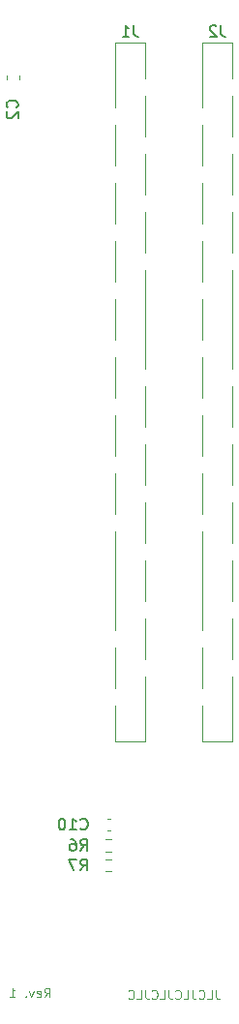
<source format=gbr>
%TF.GenerationSoftware,KiCad,Pcbnew,8.0.8+dfsg-1*%
%TF.CreationDate,2025-05-23T17:59:01+09:00*%
%TF.ProjectId,bionic-tms9900,62696f6e-6963-42d7-946d-73393930302e,1*%
%TF.SameCoordinates,Original*%
%TF.FileFunction,Legend,Bot*%
%TF.FilePolarity,Positive*%
%FSLAX46Y46*%
G04 Gerber Fmt 4.6, Leading zero omitted, Abs format (unit mm)*
G04 Created by KiCad (PCBNEW 8.0.8+dfsg-1) date 2025-05-23 17:59:01*
%MOMM*%
%LPD*%
G01*
G04 APERTURE LIST*
%ADD10C,0.100000*%
%ADD11C,0.150000*%
%ADD12C,0.120000*%
G04 APERTURE END LIST*
D10*
X89024791Y-125309495D02*
X89291458Y-124928542D01*
X89481934Y-125309495D02*
X89481934Y-124509495D01*
X89481934Y-124509495D02*
X89177172Y-124509495D01*
X89177172Y-124509495D02*
X89100982Y-124547590D01*
X89100982Y-124547590D02*
X89062887Y-124585685D01*
X89062887Y-124585685D02*
X89024791Y-124661876D01*
X89024791Y-124661876D02*
X89024791Y-124776161D01*
X89024791Y-124776161D02*
X89062887Y-124852352D01*
X89062887Y-124852352D02*
X89100982Y-124890447D01*
X89100982Y-124890447D02*
X89177172Y-124928542D01*
X89177172Y-124928542D02*
X89481934Y-124928542D01*
X88377172Y-125271400D02*
X88453363Y-125309495D01*
X88453363Y-125309495D02*
X88605744Y-125309495D01*
X88605744Y-125309495D02*
X88681934Y-125271400D01*
X88681934Y-125271400D02*
X88720030Y-125195209D01*
X88720030Y-125195209D02*
X88720030Y-124890447D01*
X88720030Y-124890447D02*
X88681934Y-124814257D01*
X88681934Y-124814257D02*
X88605744Y-124776161D01*
X88605744Y-124776161D02*
X88453363Y-124776161D01*
X88453363Y-124776161D02*
X88377172Y-124814257D01*
X88377172Y-124814257D02*
X88339077Y-124890447D01*
X88339077Y-124890447D02*
X88339077Y-124966638D01*
X88339077Y-124966638D02*
X88720030Y-125042828D01*
X88072411Y-124776161D02*
X87881935Y-125309495D01*
X87881935Y-125309495D02*
X87691458Y-124776161D01*
X87386696Y-125233304D02*
X87348601Y-125271400D01*
X87348601Y-125271400D02*
X87386696Y-125309495D01*
X87386696Y-125309495D02*
X87424792Y-125271400D01*
X87424792Y-125271400D02*
X87386696Y-125233304D01*
X87386696Y-125233304D02*
X87386696Y-125309495D01*
X85977173Y-125309495D02*
X86434316Y-125309495D01*
X86205744Y-125309495D02*
X86205744Y-124509495D01*
X86205744Y-124509495D02*
X86281935Y-124623780D01*
X86281935Y-124623780D02*
X86358125Y-124699971D01*
X86358125Y-124699971D02*
X86434316Y-124738066D01*
X104025238Y-124687295D02*
X104025238Y-125258723D01*
X104025238Y-125258723D02*
X104063333Y-125373009D01*
X104063333Y-125373009D02*
X104139524Y-125449200D01*
X104139524Y-125449200D02*
X104253809Y-125487295D01*
X104253809Y-125487295D02*
X104330000Y-125487295D01*
X103263333Y-125487295D02*
X103644285Y-125487295D01*
X103644285Y-125487295D02*
X103644285Y-124687295D01*
X102539523Y-125411104D02*
X102577619Y-125449200D01*
X102577619Y-125449200D02*
X102691904Y-125487295D01*
X102691904Y-125487295D02*
X102768095Y-125487295D01*
X102768095Y-125487295D02*
X102882381Y-125449200D01*
X102882381Y-125449200D02*
X102958571Y-125373009D01*
X102958571Y-125373009D02*
X102996666Y-125296819D01*
X102996666Y-125296819D02*
X103034762Y-125144438D01*
X103034762Y-125144438D02*
X103034762Y-125030152D01*
X103034762Y-125030152D02*
X102996666Y-124877771D01*
X102996666Y-124877771D02*
X102958571Y-124801580D01*
X102958571Y-124801580D02*
X102882381Y-124725390D01*
X102882381Y-124725390D02*
X102768095Y-124687295D01*
X102768095Y-124687295D02*
X102691904Y-124687295D01*
X102691904Y-124687295D02*
X102577619Y-124725390D01*
X102577619Y-124725390D02*
X102539523Y-124763485D01*
X101968095Y-124687295D02*
X101968095Y-125258723D01*
X101968095Y-125258723D02*
X102006190Y-125373009D01*
X102006190Y-125373009D02*
X102082381Y-125449200D01*
X102082381Y-125449200D02*
X102196666Y-125487295D01*
X102196666Y-125487295D02*
X102272857Y-125487295D01*
X101206190Y-125487295D02*
X101587142Y-125487295D01*
X101587142Y-125487295D02*
X101587142Y-124687295D01*
X100482380Y-125411104D02*
X100520476Y-125449200D01*
X100520476Y-125449200D02*
X100634761Y-125487295D01*
X100634761Y-125487295D02*
X100710952Y-125487295D01*
X100710952Y-125487295D02*
X100825238Y-125449200D01*
X100825238Y-125449200D02*
X100901428Y-125373009D01*
X100901428Y-125373009D02*
X100939523Y-125296819D01*
X100939523Y-125296819D02*
X100977619Y-125144438D01*
X100977619Y-125144438D02*
X100977619Y-125030152D01*
X100977619Y-125030152D02*
X100939523Y-124877771D01*
X100939523Y-124877771D02*
X100901428Y-124801580D01*
X100901428Y-124801580D02*
X100825238Y-124725390D01*
X100825238Y-124725390D02*
X100710952Y-124687295D01*
X100710952Y-124687295D02*
X100634761Y-124687295D01*
X100634761Y-124687295D02*
X100520476Y-124725390D01*
X100520476Y-124725390D02*
X100482380Y-124763485D01*
X99910952Y-124687295D02*
X99910952Y-125258723D01*
X99910952Y-125258723D02*
X99949047Y-125373009D01*
X99949047Y-125373009D02*
X100025238Y-125449200D01*
X100025238Y-125449200D02*
X100139523Y-125487295D01*
X100139523Y-125487295D02*
X100215714Y-125487295D01*
X99149047Y-125487295D02*
X99529999Y-125487295D01*
X99529999Y-125487295D02*
X99529999Y-124687295D01*
X98425237Y-125411104D02*
X98463333Y-125449200D01*
X98463333Y-125449200D02*
X98577618Y-125487295D01*
X98577618Y-125487295D02*
X98653809Y-125487295D01*
X98653809Y-125487295D02*
X98768095Y-125449200D01*
X98768095Y-125449200D02*
X98844285Y-125373009D01*
X98844285Y-125373009D02*
X98882380Y-125296819D01*
X98882380Y-125296819D02*
X98920476Y-125144438D01*
X98920476Y-125144438D02*
X98920476Y-125030152D01*
X98920476Y-125030152D02*
X98882380Y-124877771D01*
X98882380Y-124877771D02*
X98844285Y-124801580D01*
X98844285Y-124801580D02*
X98768095Y-124725390D01*
X98768095Y-124725390D02*
X98653809Y-124687295D01*
X98653809Y-124687295D02*
X98577618Y-124687295D01*
X98577618Y-124687295D02*
X98463333Y-124725390D01*
X98463333Y-124725390D02*
X98425237Y-124763485D01*
X97853809Y-124687295D02*
X97853809Y-125258723D01*
X97853809Y-125258723D02*
X97891904Y-125373009D01*
X97891904Y-125373009D02*
X97968095Y-125449200D01*
X97968095Y-125449200D02*
X98082380Y-125487295D01*
X98082380Y-125487295D02*
X98158571Y-125487295D01*
X97091904Y-125487295D02*
X97472856Y-125487295D01*
X97472856Y-125487295D02*
X97472856Y-124687295D01*
X96368094Y-125411104D02*
X96406190Y-125449200D01*
X96406190Y-125449200D02*
X96520475Y-125487295D01*
X96520475Y-125487295D02*
X96596666Y-125487295D01*
X96596666Y-125487295D02*
X96710952Y-125449200D01*
X96710952Y-125449200D02*
X96787142Y-125373009D01*
X96787142Y-125373009D02*
X96825237Y-125296819D01*
X96825237Y-125296819D02*
X96863333Y-125144438D01*
X96863333Y-125144438D02*
X96863333Y-125030152D01*
X96863333Y-125030152D02*
X96825237Y-124877771D01*
X96825237Y-124877771D02*
X96787142Y-124801580D01*
X96787142Y-124801580D02*
X96710952Y-124725390D01*
X96710952Y-124725390D02*
X96596666Y-124687295D01*
X96596666Y-124687295D02*
X96520475Y-124687295D01*
X96520475Y-124687295D02*
X96406190Y-124725390D01*
X96406190Y-124725390D02*
X96368094Y-124763485D01*
D11*
X92169266Y-114246819D02*
X92502599Y-113770628D01*
X92740694Y-114246819D02*
X92740694Y-113246819D01*
X92740694Y-113246819D02*
X92359742Y-113246819D01*
X92359742Y-113246819D02*
X92264504Y-113294438D01*
X92264504Y-113294438D02*
X92216885Y-113342057D01*
X92216885Y-113342057D02*
X92169266Y-113437295D01*
X92169266Y-113437295D02*
X92169266Y-113580152D01*
X92169266Y-113580152D02*
X92216885Y-113675390D01*
X92216885Y-113675390D02*
X92264504Y-113723009D01*
X92264504Y-113723009D02*
X92359742Y-113770628D01*
X92359742Y-113770628D02*
X92740694Y-113770628D01*
X91835932Y-113246819D02*
X91169266Y-113246819D01*
X91169266Y-113246819D02*
X91597837Y-114246819D01*
X86617980Y-47483733D02*
X86665600Y-47436114D01*
X86665600Y-47436114D02*
X86713219Y-47293257D01*
X86713219Y-47293257D02*
X86713219Y-47198019D01*
X86713219Y-47198019D02*
X86665600Y-47055162D01*
X86665600Y-47055162D02*
X86570361Y-46959924D01*
X86570361Y-46959924D02*
X86475123Y-46912305D01*
X86475123Y-46912305D02*
X86284647Y-46864686D01*
X86284647Y-46864686D02*
X86141790Y-46864686D01*
X86141790Y-46864686D02*
X85951314Y-46912305D01*
X85951314Y-46912305D02*
X85856076Y-46959924D01*
X85856076Y-46959924D02*
X85760838Y-47055162D01*
X85760838Y-47055162D02*
X85713219Y-47198019D01*
X85713219Y-47198019D02*
X85713219Y-47293257D01*
X85713219Y-47293257D02*
X85760838Y-47436114D01*
X85760838Y-47436114D02*
X85808457Y-47483733D01*
X85808457Y-47864686D02*
X85760838Y-47912305D01*
X85760838Y-47912305D02*
X85713219Y-48007543D01*
X85713219Y-48007543D02*
X85713219Y-48245638D01*
X85713219Y-48245638D02*
X85760838Y-48340876D01*
X85760838Y-48340876D02*
X85808457Y-48388495D01*
X85808457Y-48388495D02*
X85903695Y-48436114D01*
X85903695Y-48436114D02*
X85998933Y-48436114D01*
X85998933Y-48436114D02*
X86141790Y-48388495D01*
X86141790Y-48388495D02*
X86713219Y-47817067D01*
X86713219Y-47817067D02*
X86713219Y-48436114D01*
X96853333Y-40304819D02*
X96853333Y-41019104D01*
X96853333Y-41019104D02*
X96900952Y-41161961D01*
X96900952Y-41161961D02*
X96996190Y-41257200D01*
X96996190Y-41257200D02*
X97139047Y-41304819D01*
X97139047Y-41304819D02*
X97234285Y-41304819D01*
X95853333Y-41304819D02*
X96424761Y-41304819D01*
X96139047Y-41304819D02*
X96139047Y-40304819D01*
X96139047Y-40304819D02*
X96234285Y-40447676D01*
X96234285Y-40447676D02*
X96329523Y-40542914D01*
X96329523Y-40542914D02*
X96424761Y-40590533D01*
X92169266Y-112519619D02*
X92502599Y-112043428D01*
X92740694Y-112519619D02*
X92740694Y-111519619D01*
X92740694Y-111519619D02*
X92359742Y-111519619D01*
X92359742Y-111519619D02*
X92264504Y-111567238D01*
X92264504Y-111567238D02*
X92216885Y-111614857D01*
X92216885Y-111614857D02*
X92169266Y-111710095D01*
X92169266Y-111710095D02*
X92169266Y-111852952D01*
X92169266Y-111852952D02*
X92216885Y-111948190D01*
X92216885Y-111948190D02*
X92264504Y-111995809D01*
X92264504Y-111995809D02*
X92359742Y-112043428D01*
X92359742Y-112043428D02*
X92740694Y-112043428D01*
X91312123Y-111519619D02*
X91502599Y-111519619D01*
X91502599Y-111519619D02*
X91597837Y-111567238D01*
X91597837Y-111567238D02*
X91645456Y-111614857D01*
X91645456Y-111614857D02*
X91740694Y-111757714D01*
X91740694Y-111757714D02*
X91788313Y-111948190D01*
X91788313Y-111948190D02*
X91788313Y-112329142D01*
X91788313Y-112329142D02*
X91740694Y-112424380D01*
X91740694Y-112424380D02*
X91693075Y-112472000D01*
X91693075Y-112472000D02*
X91597837Y-112519619D01*
X91597837Y-112519619D02*
X91407361Y-112519619D01*
X91407361Y-112519619D02*
X91312123Y-112472000D01*
X91312123Y-112472000D02*
X91264504Y-112424380D01*
X91264504Y-112424380D02*
X91216885Y-112329142D01*
X91216885Y-112329142D02*
X91216885Y-112091047D01*
X91216885Y-112091047D02*
X91264504Y-111995809D01*
X91264504Y-111995809D02*
X91312123Y-111948190D01*
X91312123Y-111948190D02*
X91407361Y-111900571D01*
X91407361Y-111900571D02*
X91597837Y-111900571D01*
X91597837Y-111900571D02*
X91693075Y-111948190D01*
X91693075Y-111948190D02*
X91740694Y-111995809D01*
X91740694Y-111995809D02*
X91788313Y-112091047D01*
X104473333Y-40304819D02*
X104473333Y-41019104D01*
X104473333Y-41019104D02*
X104520952Y-41161961D01*
X104520952Y-41161961D02*
X104616190Y-41257200D01*
X104616190Y-41257200D02*
X104759047Y-41304819D01*
X104759047Y-41304819D02*
X104854285Y-41304819D01*
X104044761Y-40400057D02*
X103997142Y-40352438D01*
X103997142Y-40352438D02*
X103901904Y-40304819D01*
X103901904Y-40304819D02*
X103663809Y-40304819D01*
X103663809Y-40304819D02*
X103568571Y-40352438D01*
X103568571Y-40352438D02*
X103520952Y-40400057D01*
X103520952Y-40400057D02*
X103473333Y-40495295D01*
X103473333Y-40495295D02*
X103473333Y-40590533D01*
X103473333Y-40590533D02*
X103520952Y-40733390D01*
X103520952Y-40733390D02*
X104092380Y-41304819D01*
X104092380Y-41304819D02*
X103473333Y-41304819D01*
X92184457Y-110595580D02*
X92232076Y-110643200D01*
X92232076Y-110643200D02*
X92374933Y-110690819D01*
X92374933Y-110690819D02*
X92470171Y-110690819D01*
X92470171Y-110690819D02*
X92613028Y-110643200D01*
X92613028Y-110643200D02*
X92708266Y-110547961D01*
X92708266Y-110547961D02*
X92755885Y-110452723D01*
X92755885Y-110452723D02*
X92803504Y-110262247D01*
X92803504Y-110262247D02*
X92803504Y-110119390D01*
X92803504Y-110119390D02*
X92755885Y-109928914D01*
X92755885Y-109928914D02*
X92708266Y-109833676D01*
X92708266Y-109833676D02*
X92613028Y-109738438D01*
X92613028Y-109738438D02*
X92470171Y-109690819D01*
X92470171Y-109690819D02*
X92374933Y-109690819D01*
X92374933Y-109690819D02*
X92232076Y-109738438D01*
X92232076Y-109738438D02*
X92184457Y-109786057D01*
X91232076Y-110690819D02*
X91803504Y-110690819D01*
X91517790Y-110690819D02*
X91517790Y-109690819D01*
X91517790Y-109690819D02*
X91613028Y-109833676D01*
X91613028Y-109833676D02*
X91708266Y-109928914D01*
X91708266Y-109928914D02*
X91803504Y-109976533D01*
X90613028Y-109690819D02*
X90517790Y-109690819D01*
X90517790Y-109690819D02*
X90422552Y-109738438D01*
X90422552Y-109738438D02*
X90374933Y-109786057D01*
X90374933Y-109786057D02*
X90327314Y-109881295D01*
X90327314Y-109881295D02*
X90279695Y-110071771D01*
X90279695Y-110071771D02*
X90279695Y-110309866D01*
X90279695Y-110309866D02*
X90327314Y-110500342D01*
X90327314Y-110500342D02*
X90374933Y-110595580D01*
X90374933Y-110595580D02*
X90422552Y-110643200D01*
X90422552Y-110643200D02*
X90517790Y-110690819D01*
X90517790Y-110690819D02*
X90613028Y-110690819D01*
X90613028Y-110690819D02*
X90708266Y-110643200D01*
X90708266Y-110643200D02*
X90755885Y-110595580D01*
X90755885Y-110595580D02*
X90803504Y-110500342D01*
X90803504Y-110500342D02*
X90851123Y-110309866D01*
X90851123Y-110309866D02*
X90851123Y-110071771D01*
X90851123Y-110071771D02*
X90803504Y-109881295D01*
X90803504Y-109881295D02*
X90755885Y-109786057D01*
X90755885Y-109786057D02*
X90708266Y-109738438D01*
X90708266Y-109738438D02*
X90613028Y-109690819D01*
D12*
%TO.C,R7*%
X94336776Y-113269500D02*
X94846224Y-113269500D01*
X94336776Y-114314500D02*
X94846224Y-114314500D01*
%TO.C,C2*%
X85773800Y-44711233D02*
X85773800Y-45003767D01*
X86793800Y-44711233D02*
X86793800Y-45003767D01*
%TO.C,J1*%
X95190000Y-43940000D02*
X95190000Y-41850000D01*
X95190000Y-47500000D02*
X95190000Y-43940000D01*
X95190000Y-52580000D02*
X95190000Y-49020000D01*
X95190000Y-57660000D02*
X95190000Y-54100000D01*
X95190000Y-62740000D02*
X95190000Y-59180000D01*
X95190000Y-67820000D02*
X95190000Y-64260000D01*
X95190000Y-72900000D02*
X95190000Y-69340000D01*
X95190000Y-77980000D02*
X95190000Y-74420000D01*
X95190000Y-83060000D02*
X95190000Y-79500000D01*
X95190000Y-89660000D02*
X95190000Y-84580000D01*
X95190000Y-93220000D02*
X95190000Y-89660000D01*
X95190000Y-98300000D02*
X95190000Y-94740000D01*
X95190000Y-102930000D02*
X95190000Y-99820000D01*
X97850000Y-41850000D02*
X95190000Y-41850000D01*
X97850000Y-44960000D02*
X97850000Y-41850000D01*
X97850000Y-50040000D02*
X97850000Y-46480000D01*
X97850000Y-55120000D02*
X97850000Y-51560000D01*
X97850000Y-60200000D02*
X97850000Y-56640000D01*
X97850000Y-66800000D02*
X97850000Y-61720000D01*
X97850000Y-70360000D02*
X97850000Y-66800000D01*
X97850000Y-75440000D02*
X97850000Y-71880000D01*
X97850000Y-80520000D02*
X97850000Y-76960000D01*
X97850000Y-85600000D02*
X97850000Y-82040000D01*
X97850000Y-90680000D02*
X97850000Y-87120000D01*
X97850000Y-95760000D02*
X97850000Y-92200000D01*
X97850000Y-102360000D02*
X97850000Y-97280000D01*
X97850000Y-102930000D02*
X95190000Y-102930000D01*
X97850000Y-102930000D02*
X97850000Y-102360000D01*
%TO.C,R6*%
X94846224Y-111516900D02*
X94336776Y-111516900D01*
X94846224Y-112561900D02*
X94336776Y-112561900D01*
%TO.C,J2*%
X102810000Y-42420000D02*
X102810000Y-41850000D01*
X102810000Y-47500000D02*
X102810000Y-42420000D01*
X102810000Y-52580000D02*
X102810000Y-49020000D01*
X102810000Y-57660000D02*
X102810000Y-54100000D01*
X102810000Y-62740000D02*
X102810000Y-59180000D01*
X102810000Y-67820000D02*
X102810000Y-64260000D01*
X102810000Y-72900000D02*
X102810000Y-69340000D01*
X102810000Y-77980000D02*
X102810000Y-74420000D01*
X102810000Y-83060000D02*
X102810000Y-79500000D01*
X102810000Y-89660000D02*
X102810000Y-84580000D01*
X102810000Y-93220000D02*
X102810000Y-89660000D01*
X102810000Y-98300000D02*
X102810000Y-94740000D01*
X102810000Y-102930000D02*
X102810000Y-99820000D01*
X105470000Y-41850000D02*
X102810000Y-41850000D01*
X105470000Y-44960000D02*
X105470000Y-41850000D01*
X105470000Y-50040000D02*
X105470000Y-46480000D01*
X105470000Y-55120000D02*
X105470000Y-51560000D01*
X105470000Y-60200000D02*
X105470000Y-56640000D01*
X105470000Y-66800000D02*
X105470000Y-61720000D01*
X105470000Y-70360000D02*
X105470000Y-66800000D01*
X105470000Y-75440000D02*
X105470000Y-71880000D01*
X105470000Y-80520000D02*
X105470000Y-76960000D01*
X105470000Y-85600000D02*
X105470000Y-82040000D01*
X105470000Y-90680000D02*
X105470000Y-87120000D01*
X105470000Y-95760000D02*
X105470000Y-92200000D01*
X105470000Y-102360000D02*
X105470000Y-97280000D01*
X105470000Y-102930000D02*
X102810000Y-102930000D01*
X105470000Y-102930000D02*
X105470000Y-102360000D01*
%TO.C,C10*%
X94789667Y-109726000D02*
X94497133Y-109726000D01*
X94789667Y-110746000D02*
X94497133Y-110746000D01*
%TD*%
M02*

</source>
